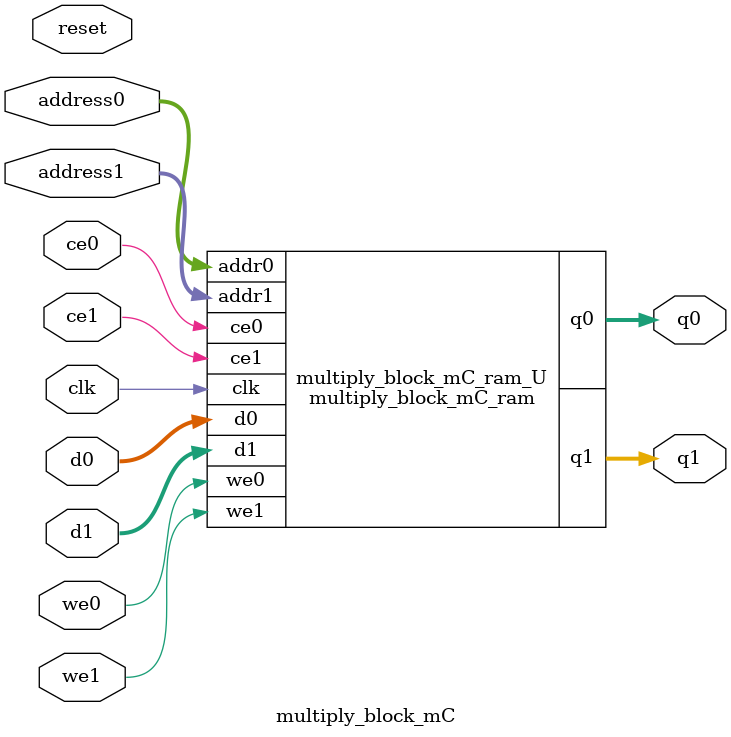
<source format=v>
`timescale 1 ns / 1 ps
module multiply_block_mC_ram (addr0, ce0, d0, we0, q0, addr1, ce1, d1, we1, q1,  clk);

parameter DWIDTH = 32;
parameter AWIDTH = 10;
parameter MEM_SIZE = 1024;

input[AWIDTH-1:0] addr0;
input ce0;
input[DWIDTH-1:0] d0;
input we0;
output reg[DWIDTH-1:0] q0;
input[AWIDTH-1:0] addr1;
input ce1;
input[DWIDTH-1:0] d1;
input we1;
output reg[DWIDTH-1:0] q1;
input clk;

(* ram_style = "block" *)reg [DWIDTH-1:0] ram[0:MEM_SIZE-1];




always @(posedge clk)  
begin 
    if (ce0) 
    begin
        if (we0) 
        begin 
            ram[addr0] <= d0; 
        end 
        q0 <= ram[addr0];
    end
end


always @(posedge clk)  
begin 
    if (ce1) 
    begin
        if (we1) 
        begin 
            ram[addr1] <= d1; 
        end 
        q1 <= ram[addr1];
    end
end


endmodule

`timescale 1 ns / 1 ps
module multiply_block_mC(
    reset,
    clk,
    address0,
    ce0,
    we0,
    d0,
    q0,
    address1,
    ce1,
    we1,
    d1,
    q1);

parameter DataWidth = 32'd32;
parameter AddressRange = 32'd1024;
parameter AddressWidth = 32'd10;
input reset;
input clk;
input[AddressWidth - 1:0] address0;
input ce0;
input we0;
input[DataWidth - 1:0] d0;
output[DataWidth - 1:0] q0;
input[AddressWidth - 1:0] address1;
input ce1;
input we1;
input[DataWidth - 1:0] d1;
output[DataWidth - 1:0] q1;



multiply_block_mC_ram multiply_block_mC_ram_U(
    .clk( clk ),
    .addr0( address0 ),
    .ce0( ce0 ),
    .we0( we0 ),
    .d0( d0 ),
    .q0( q0 ),
    .addr1( address1 ),
    .ce1( ce1 ),
    .we1( we1 ),
    .d1( d1 ),
    .q1( q1 ));

endmodule


</source>
